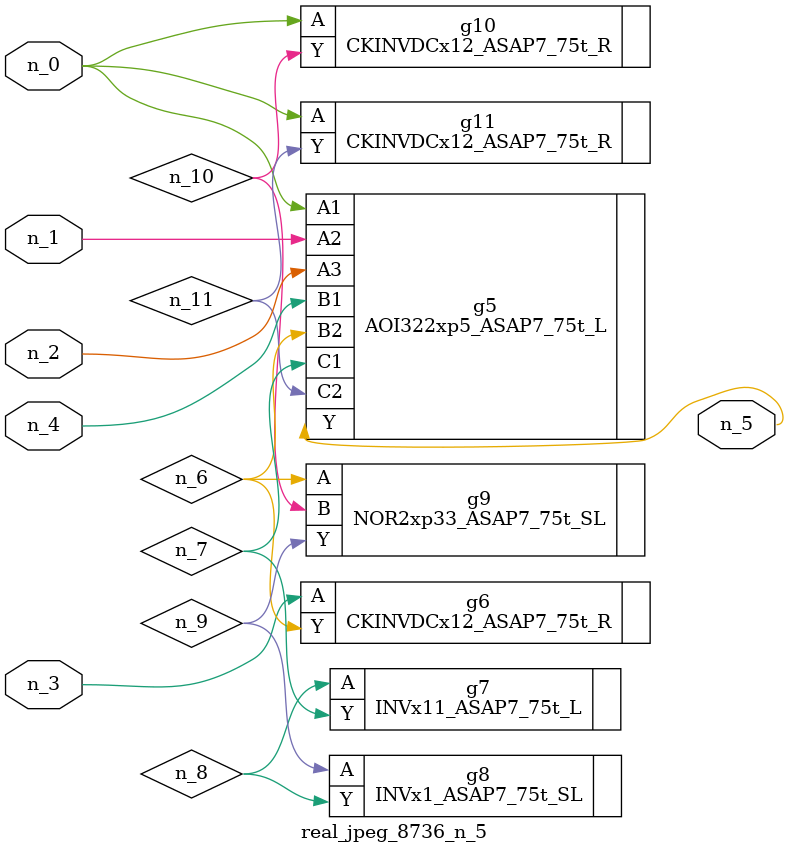
<source format=v>
module real_jpeg_8736_n_5 (n_4, n_0, n_1, n_2, n_3, n_5);

input n_4;
input n_0;
input n_1;
input n_2;
input n_3;

output n_5;

wire n_8;
wire n_11;
wire n_6;
wire n_7;
wire n_10;
wire n_9;

AOI322xp5_ASAP7_75t_L g5 ( 
.A1(n_0),
.A2(n_1),
.A3(n_2),
.B1(n_4),
.B2(n_6),
.C1(n_7),
.C2(n_11),
.Y(n_5)
);

CKINVDCx12_ASAP7_75t_R g10 ( 
.A(n_0),
.Y(n_10)
);

CKINVDCx12_ASAP7_75t_R g11 ( 
.A(n_0),
.Y(n_11)
);

CKINVDCx12_ASAP7_75t_R g6 ( 
.A(n_3),
.Y(n_6)
);

NOR2xp33_ASAP7_75t_SL g9 ( 
.A(n_6),
.B(n_10),
.Y(n_9)
);

INVx11_ASAP7_75t_L g7 ( 
.A(n_8),
.Y(n_7)
);

INVx1_ASAP7_75t_SL g8 ( 
.A(n_9),
.Y(n_8)
);


endmodule
</source>
